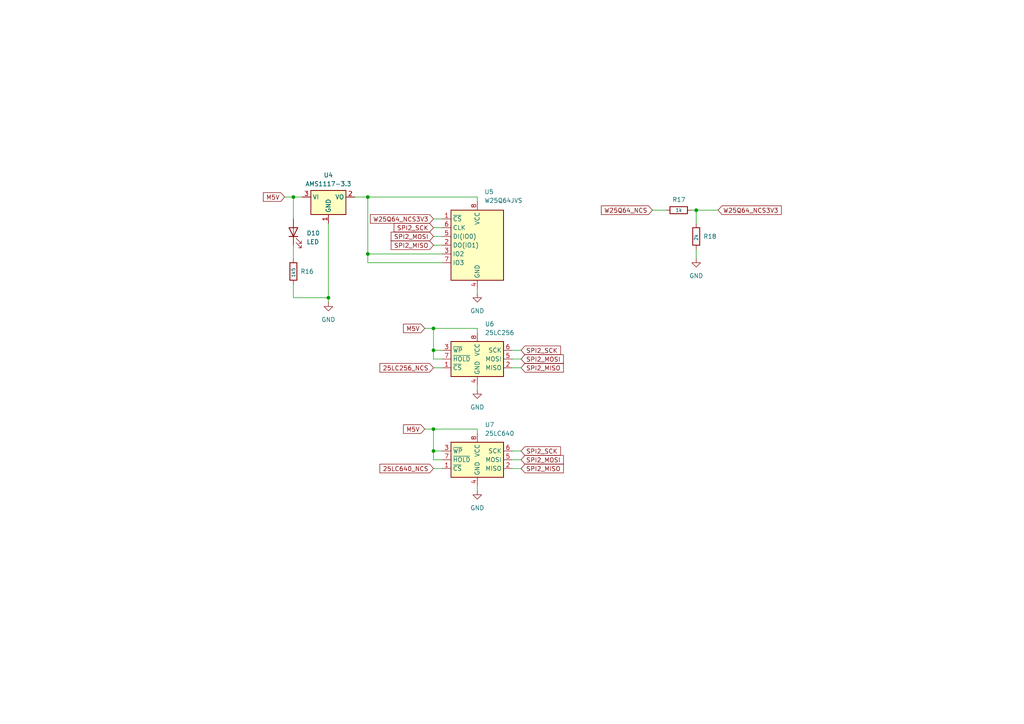
<source format=kicad_sch>
(kicad_sch (version 20231120) (generator "eeschema") (generator_version "8.0")
  (paper "A4")
  (title_block (title "MB02A1 - Memory Modul") (date "2025-01-18") (rev "A1"))
  (lib_symbols
    (symbol "Device:LED" (pin_numbers hide) (pin_names (offset 1.016) hide)
      (property "Reference" "D" (at 0 2.54 0))
      (property "Value" "LED" (at 0 -2.54 0))
      (symbol "LED_0_1"
        (polyline (pts (xy -1.27 -1.27) (xy -1.27 1.27)) (stroke (width 0.254)))
        (polyline (pts (xy -1.27 0) (xy 1.27 0)))
        (polyline (pts (xy 1.27 -1.27) (xy 1.27 1.27) (xy -1.27 0) (xy 1.27 -1.27)) (stroke (width 0.254)))
        (polyline (pts (xy -3.048 -0.762) (xy -4.572 -2.286) (xy -3.81 -2.286) (xy -4.572 -2.286) (xy -4.572 -1.524)))
        (polyline (pts (xy -1.778 -0.762) (xy -3.302 -2.286) (xy -2.54 -2.286) (xy -3.302 -2.286) (xy -3.302 -1.524)))
      )
      (symbol "LED_1_1"
        (pin passive line (at -3.81 0 0) (length 2.54) (name "K") (number "1"))
        (pin passive line (at 3.81 0 180) (length 2.54) (name "A") (number "2"))
      )
    )
    (symbol "Device:R" (pin_numbers hide) (pin_names (offset 0))
      (property "Reference" "R" (at 2.032 0 90))
      (property "Value" "R" (at 0 0 90))
      (symbol "R_0_1"
        (rectangle (start -1.016 -2.54) (end 1.016 2.54) (stroke (width 0.254)))
      )
      (symbol "R_1_1"
        (pin passive line (at 0 3.81 270) (length 1.27) (name "~") (number "1"))
        (pin passive line (at 0 -3.81 90) (length 1.27) (name "~") (number "2"))
      )
    )
    (symbol "Memory_EEPROM:25LCxxx"
      (property "Reference" "U" (at -7.62 6.35 0))
      (property "Value" "25LCxxx" (at 2.54 -6.35 0))
      (symbol "25LCxxx_1_1"
        (rectangle (start -7.62 5.08) (end 7.62 -5.08) (stroke (width 0.254)) (fill (type background)))
        (pin input line (at -10.16 -2.54 0) (length 2.54) (name "~{CS}") (number "1"))
        (pin tri_state line (at 10.16 -2.54 180) (length 2.54) (name "MISO") (number "2"))
        (pin input line (at -10.16 2.54 0) (length 2.54) (name "~{WP}") (number "3"))
        (pin power_in line (at 0 -7.62 90) (length 2.54) (name "GND") (number "4"))
        (pin input line (at 10.16 0 180) (length 2.54) (name "MOSI") (number "5"))
        (pin input line (at 10.16 2.54 180) (length 2.54) (name "SCK") (number "6"))
        (pin input line (at -10.16 0 0) (length 2.54) (name "~{HOLD}") (number "7"))
        (pin power_in line (at 0 7.62 270) (length 2.54) (name "VCC") (number "8"))
      )
    )
    (symbol "Memory_Flash:W25Q128JVS"
      (property "Reference" "U" (at -6.35 11.43 0))
      (property "Value" "W25Q128JVS" (at 7.62 11.43 0))
      (symbol "W25Q128JVS_0_1"
        (rectangle (start -7.62 10.16) (end 7.62 -10.16) (stroke (width 0.254)) (fill (type background)))
      )
      (symbol "W25Q128JVS_1_1"
        (pin input line (at -10.16 7.62 0) (length 2.54) (name "~{CS}") (number "1"))
        (pin bidirectional line (at -10.16 0 0) (length 2.54) (name "DO(IO1)") (number "2"))
        (pin bidirectional line (at -10.16 -2.54 0) (length 2.54) (name "IO2") (number "3"))
        (pin power_in line (at 0 -12.7 90) (length 2.54) (name "GND") (number "4"))
        (pin bidirectional line (at -10.16 2.54 0) (length 2.54) (name "DI(IO0)") (number "5"))
        (pin input line (at -10.16 5.08 0) (length 2.54) (name "CLK") (number "6"))
        (pin bidirectional line (at -10.16 -5.08 0) (length 2.54) (name "IO3") (number "7"))
        (pin power_in line (at 0 12.7 270) (length 2.54) (name "VCC") (number "8"))
      )
    )
    (symbol "Regulator_Linear:AMS1117-3.3"
      (property "Reference" "U" (at -3.81 3.175 0))
      (property "Value" "AMS1117-3.3" (at 0 3.175 0))
      (symbol "AMS1117-3.3_0_1"
        (rectangle (start -5.08 -5.08) (end 5.08 1.905) (stroke (width 0.254)) (fill (type background)))
      )
      (symbol "AMS1117-3.3_1_1"
        (pin power_in line (at 0 -7.62 90) (length 2.54) (name "GND") (number "1"))
        (pin power_out line (at 7.62 0 180) (length 2.54) (name "VO") (number "2"))
        (pin power_in line (at -7.62 0 0) (length 2.54) (name "VI") (number "3"))
      )
    )
    (symbol "power:GND" (power) (pin_numbers hide) (pin_names (offset 0) hide)
      (property "Value" "GND" (at 0 -3.81 0))
      (symbol "GND_0_1"
        (polyline (pts (xy 0 0) (xy 0 -1.27) (xy 1.27 -1.27) (xy 0 -2.54) (xy -1.27 -1.27) (xy 0 -1.27)))
      )
      (symbol "GND_1_1"
        (pin power_in line (at 0 0 270) (length 0) (name "~") (number "1"))
      )
    )
  )
  (junction (at 201.93 60.96))
  (junction (at 106.68 73.66))
  (junction (at 85.09 57.15))
  (junction (at 125.73 95.25))
  (junction (at 125.73 101.6))
  (junction (at 95.25 86.36))
  (junction (at 106.68 57.15))
  (junction (at 125.73 130.81))
  (junction (at 125.73 124.46))
  (wire (pts (xy 125.73 68.58) (xy 128.27 68.58)))
  (wire (pts (xy 125.73 66.04) (xy 128.27 66.04)))
  (wire (pts (xy 138.43 124.46) (xy 138.43 125.73)))
  (wire (pts (xy 128.27 73.66) (xy 106.68 73.66)))
  (wire (pts (xy 148.59 104.14) (xy 151.13 104.14)))
  (wire (pts (xy 82.55 57.15) (xy 85.09 57.15)))
  (wire (pts (xy 85.09 86.36) (xy 95.25 86.36)))
  (wire (pts (xy 148.59 106.68) (xy 151.13 106.68)))
  (wire (pts (xy 85.09 57.15) (xy 85.09 63.5)))
  (wire (pts (xy 106.68 57.15) (xy 138.43 57.15)))
  (wire (pts (xy 123.19 124.46) (xy 125.73 124.46)))
  (wire (pts (xy 95.25 86.36) (xy 95.25 87.63)))
  (wire (pts (xy 125.73 106.68) (xy 128.27 106.68)))
  (wire (pts (xy 148.59 133.35) (xy 151.13 133.35)))
  (wire (pts (xy 125.73 104.14) (xy 128.27 104.14)))
  (wire (pts (xy 138.43 95.25) (xy 138.43 96.52)))
  (wire (pts (xy 201.93 60.96) (xy 208.28 60.96)))
  (wire (pts (xy 200.66 60.96) (xy 201.93 60.96)))
  (wire (pts (xy 106.68 76.2) (xy 128.27 76.2)))
  (wire (pts (xy 125.73 135.89) (xy 128.27 135.89)))
  (wire (pts (xy 102.87 57.15) (xy 106.68 57.15)))
  (wire (pts (xy 125.73 101.6) (xy 125.73 95.25)))
  (wire (pts (xy 148.59 101.6) (xy 151.13 101.6)))
  (wire (pts (xy 125.73 63.5) (xy 128.27 63.5)))
  (wire (pts (xy 123.19 95.25) (xy 125.73 95.25)))
  (wire (pts (xy 201.93 72.39) (xy 201.93 74.93)))
  (wire (pts (xy 95.25 64.77) (xy 95.25 86.36)))
  (wire (pts (xy 138.43 83.82) (xy 138.43 85.09)))
  (wire (pts (xy 138.43 111.76) (xy 138.43 113.03)))
  (wire (pts (xy 125.73 133.35) (xy 128.27 133.35)))
  (wire (pts (xy 189.23 60.96) (xy 193.04 60.96)))
  (wire (pts (xy 148.59 135.89) (xy 151.13 135.89)))
  (wire (pts (xy 138.43 57.15) (xy 138.43 58.42)))
  (wire (pts (xy 106.68 73.66) (xy 106.68 76.2)))
  (wire (pts (xy 85.09 57.15) (xy 87.63 57.15)))
  (wire (pts (xy 125.73 124.46) (xy 138.43 124.46)))
  (wire (pts (xy 125.73 101.6) (xy 125.73 104.14)))
  (wire (pts (xy 125.73 130.81) (xy 125.73 124.46)))
  (wire (pts (xy 106.68 57.15) (xy 106.68 73.66)))
  (wire (pts (xy 201.93 60.96) (xy 201.93 64.77)))
  (wire (pts (xy 128.27 101.6) (xy 125.73 101.6)))
  (wire (pts (xy 85.09 82.55) (xy 85.09 86.36)))
  (wire (pts (xy 138.43 140.97) (xy 138.43 142.24)))
  (wire (pts (xy 125.73 95.25) (xy 138.43 95.25)))
  (wire (pts (xy 148.59 130.81) (xy 151.13 130.81)))
  (wire (pts (xy 125.73 130.81) (xy 125.73 133.35)))
  (wire (pts (xy 85.09 71.12) (xy 85.09 74.93)))
  (wire (pts (xy 125.73 71.12) (xy 128.27 71.12)))
  (wire (pts (xy 128.27 130.81) (xy 125.73 130.81)))
  (global_label "M5V" (shape input) (at 123.19 95.25 180) (property "Intersheetrefs" "${INTERSHEET_REFS}" (effects (hide yes))))
  (global_label "SPI2_SCK" (shape input) (at 151.13 101.6 0) (property "Intersheetrefs" "${INTERSHEET_REFS}" (effects (hide yes))))
  (global_label "SPI2_SCK" (shape input) (at 125.73 66.04 180) (property "Intersheetrefs" "${INTERSHEET_REFS}" (effects (hide yes))))
  (global_label "SPI2_MISO" (shape input) (at 151.13 135.89 0) (property "Intersheetrefs" "${INTERSHEET_REFS}" (effects (hide yes))))
  (global_label "W25Q64_NCS3V3" (shape input) (at 208.28 60.96 0) (property "Intersheetrefs" "${INTERSHEET_REFS}" (effects (hide yes))))
  (global_label "M5V" (shape input) (at 123.19 124.46 180) (property "Intersheetrefs" "${INTERSHEET_REFS}" (effects (hide yes))))
  (global_label "SPI2_MOSI" (shape input) (at 151.13 133.35 0) (property "Intersheetrefs" "${INTERSHEET_REFS}" (effects (hide yes))))
  (global_label "SPI2_MISO" (shape input) (at 125.73 71.12 180) (property "Intersheetrefs" "${INTERSHEET_REFS}" (effects (hide yes))))
  (global_label "W25Q64_NCS3V3" (shape input) (at 125.73 63.5 180) (property "Intersheetrefs" "${INTERSHEET_REFS}" (effects (hide yes))))
  (global_label "M5V" (shape input) (at 82.55 57.15 180) (property "Intersheetrefs" "${INTERSHEET_REFS}" (effects (hide yes))))
  (global_label "SPI2_MOSI" (shape input) (at 151.13 104.14 0) (property "Intersheetrefs" "${INTERSHEET_REFS}" (effects (hide yes))))
  (global_label "25LC256_NCS" (shape input) (at 125.73 106.68 180) (property "Intersheetrefs" "${INTERSHEET_REFS}" (effects (hide yes))))
  (global_label "25LC640_NCS" (shape input) (at 125.73 135.89 180) (property "Intersheetrefs" "${INTERSHEET_REFS}" (effects (hide yes))))
  (global_label "SPI2_MOSI" (shape input) (at 125.73 68.58 180) (property "Intersheetrefs" "${INTERSHEET_REFS}" (effects (hide yes))))
  (global_label "SPI2_SCK" (shape input) (at 151.13 130.81 0) (property "Intersheetrefs" "${INTERSHEET_REFS}" (effects (hide yes))))
  (global_label "W25Q64_NCS" (shape input) (at 189.23 60.96 180) (property "Intersheetrefs" "${INTERSHEET_REFS}" (effects (hide yes))))
  (global_label "SPI2_MISO" (shape input) (at 151.13 106.68 0) (property "Intersheetrefs" "${INTERSHEET_REFS}" (effects (hide yes))))
  (symbol (lib_id "Memory_EEPROM:25LCxxx") (at 138.43 104.14 0) (unit 1)
    (property "Reference" "U6" (at 140.6241 93.98 0) (effects (justify left)))
    (property "Value" "25LC256" (at 140.6241 96.52 0) (effects (justify left)))
    (property "Footprint" "Package_SO:SOIC-8_3.9x4.9mm_P1.27mm" (effects (hide yes)))
    (property "Datasheet" "http://ww1.microchip.com/downloads/en/DeviceDoc/21832H.pdf" (effects (hide yes)))
    (property "Description" "SPI Serial EEPROM, DIP-8/SOIC-8/TSSOP-8" (effects (hide yes)))
  )
  (symbol (lib_id "power:GND") (at 138.43 142.24 0) (unit 1)
    (property "Reference" "#PWR025" (effects (hide yes)))
    (property "Value" "GND" (at 138.43 147.32 0))
    (property "Description" "Power symbol creates a global label with name \"GND\" , ground" (effects (hide yes)))
  )
  (symbol (lib_id "Device:LED") (at 85.09 67.31 90) (unit 1)
    (property "Reference" "D10" (at 88.9 67.6274 90) (effects (justify right)))
    (property "Value" "LED" (at 88.9 70.1674 90) (effects (justify right)))
    (property "Footprint" "LED_SMD:LED_1206_3216Metric" (effects (hide yes)))
    (property "Description" "Light emitting diode" (effects (hide yes)))
  )
  (symbol (lib_id "Memory_EEPROM:25LCxxx") (at 138.43 133.35 0) (unit 1)
    (property "Reference" "U7" (at 140.6241 123.19 0) (effects (justify left)))
    (property "Value" "25LC640" (at 140.6241 125.73 0) (effects (justify left)))
    (property "Footprint" "Package_SO:SOIC-8_3.9x4.9mm_P1.27mm" (effects (hide yes)))
    (property "Datasheet" "http://ww1.microchip.com/downloads/en/DeviceDoc/21832H.pdf" (effects (hide yes)))
    (property "Description" "SPI Serial EEPROM, DIP-8/SOIC-8/TSSOP-8" (effects (hide yes)))
  )
  (symbol (lib_id "power:GND") (at 95.25 87.63 0) (unit 1)
    (property "Reference" "#PWR022" (effects (hide yes)))
    (property "Value" "GND" (at 95.25 92.71 0))
    (property "Description" "Power symbol creates a global label with name \"GND\" , ground" (effects (hide yes)))
  )
  (symbol (lib_id "Device:R") (at 85.09 78.74 0) (unit 1)
    (property "Reference" "R16" (at 87.122 78.74 0) (effects (justify left)))
    (property "Value" "1k5" (at 85.09 80.518 90) (effects (font (size 1.016 1.016)) (justify left)))
    (property "Footprint" "Resistor_SMD:R_0805_2012Metric" (effects (hide yes)))
    (property "Description" "Resistor" (effects (hide yes)))
  )
  (symbol (lib_id "Memory_Flash:W25Q128JVS") (at 138.43 71.12 0) (unit 1)
    (property "Reference" "U5" (at 140.462 55.626 0) (effects (justify left)))
    (property "Value" "W25Q64JVS" (at 140.462 58.166 0) (effects (justify left)))
    (property "Footprint" "Package_SO:SOIC-8_5.23x5.23mm_P1.27mm" (effects (hide yes)))
    (property "Datasheet" "https://www.winbond.com/resource-files/w25q128jv_dtr%20revc%2003272018%20plus.pdf" (effects (hide yes)))
    (property "Description" "128Mb Serial Flash Memory, Standard/Dual/Quad SPI, SOIC-8" (effects (hide yes)))
  )
  (symbol (lib_id "power:GND") (at 138.43 85.09 0) (unit 1)
    (property "Reference" "#PWR023" (effects (hide yes)))
    (property "Value" "GND" (at 138.43 90.17 0))
    (property "Description" "Power symbol creates a global label with name \"GND\" , ground" (effects (hide yes)))
  )
  (symbol (lib_id "Regulator_Linear:AMS1117-3.3") (at 95.25 57.15 0) (unit 1)
    (property "Reference" "U4" (at 95.25 50.8 0))
    (property "Value" "AMS1117-3.3" (at 95.25 53.34 0))
    (property "Footprint" "Package_TO_SOT_SMD:SOT-223-3_TabPin2" (effects (hide yes)))
    (property "Datasheet" "http://www.advanced-monolithic.com/pdf/ds1117.pdf" (effects (hide yes)))
    (property "Description" "1A Low Dropout regulator, positive, 3.3V fixed output, SOT-223" (effects (hide yes)))
  )
  (symbol (lib_id "Device:R") (at 201.93 68.58 0) (unit 1)
    (property "Reference" "R18" (at 203.962 68.58 0) (effects (justify left)))
    (property "Value" "2k" (at 201.93 69.85 90) (effects (font (size 1.016 1.016)) (justify left)))
    (property "Footprint" "Resistor_SMD:R_0805_2012Metric" (effects (hide yes)))
    (property "Description" "Resistor" (effects (hide yes)))
  )
  (symbol (lib_id "power:GND") (at 201.93 74.93 0) (unit 1)
    (property "Reference" "#PWR026" (effects (hide yes)))
    (property "Value" "GND" (at 201.93 80.01 0))
    (property "Description" "Power symbol creates a global label with name \"GND\" , ground" (effects (hide yes)))
  )
  (symbol (lib_id "power:GND") (at 138.43 113.03 0) (unit 1)
    (property "Reference" "#PWR024" (effects (hide yes)))
    (property "Value" "GND" (at 138.43 118.11 0))
    (property "Description" "Power symbol creates a global label with name \"GND\" , ground" (effects (hide yes)))
  )
  (symbol (lib_id "Device:R") (at 196.85 60.96 90) (unit 1)
    (property "Reference" "R17" (at 198.882 57.912 90) (effects (justify left)))
    (property "Value" "1k" (at 197.866 60.96 90) (effects (font (size 1.016 1.016)) (justify left)))
    (property "Footprint" "Resistor_SMD:R_0805_2012Metric" (effects (hide yes)))
    (property "Description" "Resistor" (effects (hide yes)))
  )
)
</source>
